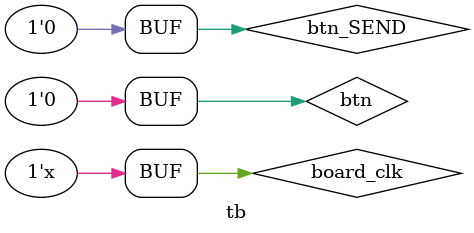
<source format=v>
`timescale 1ns/100ps
module tb ();

parameter nbr_states_1ab = 2;
parameter mess_len = 12;
parameter crc_len = 4;

reg board_clk;
reg btn;
reg btn_SEND;

wire tick_START_1a;
wire tick_START_1b;
wire tick_CRC_1a;
wire tick_CRC_1b;
wire tick_NEXT_1a;
wire tick_NEXT_1b;
wire tick_NEXT_2a;
wire tick_NEXT_2b;
wire tick_SEND_1a;
wire tick_SEND_1b;
wire tick_LAST_2a;
wire tick_LAST_2b;
wire tick_WRITE_1a;
wire tick_WRITE_1b;
wire tick_IDLE_1a;
wire tick_IDLE_1b;
wire tick_IDLE_2a;
wire tick_IDLE_2b;
wire tick_CRC_2a;
wire tick_CRC_2b;
wire tick_READ_2a;
wire tick_READ_2b;
wire tx_clk;
wire rx_clk;
wire DDIO_clk;
wire [nbr_states_1ab:0] state_reg_1a;
wire [nbr_states_1ab:0] state_next_1a;
wire [nbr_states_1ab:0] state_reg_1b;
wire [nbr_states_1ab:0] state_next_1b;	
wire [4:0] address_1a;
wire [4:0] address_1b;
wire [mess_len+crc_len-1:0] CRC_reg_1a;
wire [mess_len+crc_len-1:0] CRC_reg_1b;
wire [mess_len+crc_len-1:0] CRC_reg_2a;
wire [mess_len+crc_len-1:0] CRC_reg_2b;
wire [mess_len+crc_len-1:0] poly_div_1a;
wire [mess_len+crc_len-1:0] poly_div_1b;
wire [mess_len+crc_len-1:0] poly_div_2a;
wire [mess_len+crc_len-1:0] poly_div_2b;
wire [mess_len+crc_len-1+2:0] q_1a;
wire [mess_len+crc_len-1+2:0] q_1b;
wire [4:0] i_a;
wire [4:0] i_b;
wire [mess_len+crc_len-1+2:0] DDIO_data_1a;
wire [mess_len+crc_len-1+2:0] DDIO_data_1b;
wire data_oe_1a;
wire data_oe_1b;
wire clk_oe_1a;
wire clk_oe_1b;
wire [mess_len+crc_len-1+2:0] dataout_2a;
wire [mess_len+crc_len-1+2:0] dataout_2b;
wire clkout;
wire [mess_len+crc_len-1+2:0] dataout;
wire[mess_len+crc_len-1+2:0] CRC_data_1a;
wire[mess_len+crc_len-1+2:0] CRC_data_1b;
wire wren_1a;
wire wren_1b;
wire [nbr_states_1ab:0] state_reg_2a;
wire [nbr_states_1ab:0] state_next_2a;
wire [nbr_states_1ab:0] state_reg_2b;
wire [nbr_states_1ab:0] state_next_2b;
wire [4:0] address_2a;
wire [4:0] address_2b;
wire [mess_len+crc_len-1+2:0] q_2a;
wire [mess_len+crc_len-1+2:0] q_2b;
wire wren_2a;
wire wren_2b;
wire LED_alert_2a;
wire LED_alert_2b;
wire [5:0] counter_2a;
wire [5:0] counter_2b;


initial begin
	board_clk <= 0;
	btn <= 0;
	btn_SEND <= 0;
end

always begin
	#10;
	board_clk = !board_clk;
end

top top_DUT(
	.btn(btn),
	.board_clk(board_clk),
	.tick_START_1a(tick_START_1a),
	.tick_START_1b(tick_START_1b),
	.tx_clk(tx_clk),
	.rx_clk(rx_clk),
	.DDIO_clk(DDIO_clk),
	.state_reg_1a(state_reg_1a),
	.state_next_1a(state_next_1a),
	.state_reg_1b(state_reg_1b),
	.state_next_1b(state_next_1b),
	.state_reg_2a(state_reg_2a),
	.state_next_2a(state_next_2a),
	.state_reg_2b(state_reg_2b),
	.state_next_2b(state_next_2b),
	.address_1a(address_1a),
	.address_1b(address_1b),
	.address_2a(address_2a),
	.address_2b(address_2b),
	.tick_CRC_1a(tick_CRC_1a),
	.tick_CRC_1b(tick_CRC_1b),
	.tick_READ_2a(tick_READ_2a),
	.tick_READ_2b(tick_READ_2b),
	.tick_NEXT_1a(tick_NEXT_1a),
	.tick_NEXT_1b(tick_NEXT_1b),
	.tick_NEXT_2a(tick_NEXT_2a),
	.tick_NEXT_2b(tick_NEXT_2b),
	.tick_SEND_1a(tick_SEND_1a),
	.tick_SEND_1b(tick_SEND_1b),
	.tick_CRC_2a(tick_CRC_2a),
	.tick_CRC_2b(tick_CRC_2b),
	.tick_LAST_2a(tick_LAST_2a),
	.tick_LAST_2b(tick_LAST_2b),
	.CRC_reg_1a(CRC_reg_1a),
	.CRC_reg_1b(CRC_reg_1b),
	.CRC_reg_2a(CRC_reg_2a),
	.CRC_reg_2b(CRC_reg_2b),
	.poly_div_1a(poly_div_1a),
	.poly_div_1b(poly_div_1b),
	.poly_div_2a(poly_div_2a),
	.poly_div_2b(poly_div_2b),
	.q_1a(q_1a),
	.q_1b(q_1b),
	.q_2a(q_2a),
	.q_2b(q_2b),
	.i_a(i_a),
	.i_b(i_b),
	.DDIO_data_1a(DDIO_data_1a),
	.DDIO_data_1b(DDIO_data_1b),
	.data_oe_1a(data_oe_1a),
	.data_oe_1b(data_oe_1b),
	.clk_oe_1a(clk_oe_1a),
	.clk_oe_1b(clk_oe_1b),
	.clkout(clkout),
	.dataout_2a(dataout_2a),
	.dataout_2b(dataout_2b),
	.dataout(dataout),
	.tick_WRITE_1a(tick_WRITE_1a),
	.tick_WRITE_1b(tick_WRITE_1b),
	.tick_IDLE_1a(tick_IDLE_1a),
	.tick_IDLE_1b(tick_IDLE_1b),
	.tick_IDLE_2a(tick_IDLE_2a),
	.tick_IDLE_2b(tick_IDLE_2b),
	.CRC_data_1a(CRC_data_1a),
	.CRC_data_1b(CRC_data_1b),
	.wren_1a(wren_1a),
	.wren_1b(wren_1b),
	.wren_2a(wren_2a),
	.wren_2b(wren_2b),
	.btn_SEND(btn_SEND),
	.LED_alert_2a(LED_alert_2a),
	.LED_alert_2b(LED_alert_2b),
	.counter_2a(counter_2a),
	.counter_2b(counter_2b)
	
);

initial
begin
	#50;
	btn = 1;
	#40;
	btn = 0;
	#13000;
	btn_SEND = 1;
	#40;
	btn_SEND = 0;
	
	#25000;
	#50;
	btn = 1;
	#40;
	btn = 0;
	#13000;
	btn_SEND = 1;
	#40;
	btn_SEND = 0;
	
end
endmodule 
</source>
